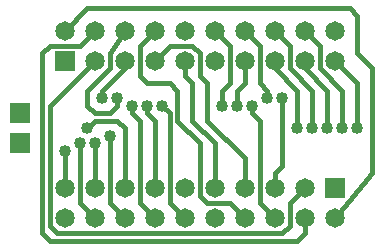
<source format=gbl>
G75*
G70*
%OFA0B0*%
%FSLAX24Y24*%
%IPPOS*%
%LPD*%
%AMOC8*
5,1,8,0,0,1.08239X$1,22.5*
%
%ADD10R,0.0650X0.0650*%
%ADD11C,0.0650*%
%ADD12R,0.0709X0.0709*%
%ADD13C,0.0160*%
%ADD14C,0.0400*%
D10*
X007625Y009375D03*
X016625Y005125D03*
D11*
X015625Y005125D03*
X014625Y005125D03*
X013625Y005125D03*
X012625Y005125D03*
X011625Y005125D03*
X010625Y005125D03*
X009625Y005125D03*
X008625Y005125D03*
X007625Y005125D03*
X007625Y004125D03*
X008625Y004125D03*
X009625Y004125D03*
X010625Y004125D03*
X011625Y004125D03*
X012625Y004125D03*
X013625Y004125D03*
X014625Y004125D03*
X015625Y004125D03*
X016625Y004125D03*
X016625Y009375D03*
X015625Y009375D03*
X014625Y009375D03*
X013625Y009375D03*
X012625Y009375D03*
X011625Y009375D03*
X010625Y009375D03*
X009625Y009375D03*
X008625Y009375D03*
X008625Y010375D03*
X007625Y010375D03*
X009625Y010375D03*
X010625Y010375D03*
X011625Y010375D03*
X012625Y010375D03*
X013625Y010375D03*
X014625Y010375D03*
X015625Y010375D03*
X016625Y010375D03*
D12*
X006125Y007625D03*
X006125Y006625D03*
D13*
X006875Y003625D02*
X007125Y003375D01*
X015375Y003375D01*
X015625Y003625D01*
X015625Y004125D01*
X015125Y003875D02*
X015125Y004625D01*
X015625Y005125D01*
X014625Y005125D02*
X014625Y005625D01*
X014875Y005875D01*
X014875Y008125D01*
X014375Y008125D02*
X014375Y008375D01*
X014125Y008625D01*
X014125Y009875D01*
X013625Y010375D01*
X013125Y009875D02*
X013125Y008625D01*
X012875Y008375D01*
X012875Y007875D01*
X013375Y007875D02*
X013375Y008375D01*
X013625Y008625D01*
X013625Y009375D01*
X013125Y009875D02*
X012625Y010375D01*
X011875Y009875D02*
X012125Y009625D01*
X012125Y008875D01*
X012375Y008625D01*
X012375Y007375D01*
X013625Y006125D01*
X013625Y005125D01*
X013125Y004625D02*
X013625Y004125D01*
X013125Y004625D02*
X012375Y004625D01*
X012125Y004875D01*
X012125Y006625D01*
X011375Y007375D01*
X011375Y008375D01*
X011125Y008625D01*
X010375Y008625D01*
X010125Y008875D01*
X010125Y009875D01*
X010625Y010375D01*
X011125Y009875D02*
X011875Y009875D01*
X011125Y009875D02*
X010625Y009375D01*
X011625Y009375D02*
X011625Y008875D01*
X011875Y008625D01*
X011875Y007375D01*
X012625Y006625D01*
X012625Y005125D01*
X014125Y004625D02*
X014625Y004125D01*
X014875Y003625D02*
X015125Y003875D01*
X014875Y003625D02*
X007375Y003625D01*
X007125Y003875D01*
X007125Y007875D01*
X008625Y009375D01*
X009125Y009125D02*
X008375Y008375D01*
X008375Y007875D01*
X008625Y007625D01*
X009125Y007625D01*
X009375Y007875D01*
X009375Y008125D01*
X008875Y008125D02*
X008875Y008375D01*
X009625Y009125D01*
X009625Y009375D01*
X009125Y009625D02*
X009125Y009125D01*
X009125Y009625D02*
X009625Y010375D01*
X008625Y010375D02*
X008125Y009875D01*
X007125Y009875D01*
X006875Y009625D01*
X006875Y003625D01*
X008125Y004625D02*
X008625Y004125D01*
X008125Y004625D02*
X008125Y006625D01*
X008625Y006625D02*
X008625Y005125D01*
X009125Y004625D02*
X009625Y004125D01*
X009125Y004625D02*
X009125Y006875D01*
X009625Y007125D02*
X009625Y005125D01*
X010125Y004625D02*
X010625Y004125D01*
X010125Y004625D02*
X010125Y007375D01*
X009875Y007625D01*
X009875Y007875D01*
X010375Y007875D02*
X010375Y007625D01*
X010625Y007375D01*
X010625Y005125D01*
X011125Y004625D02*
X011625Y004125D01*
X011125Y004625D02*
X011125Y007625D01*
X010875Y007875D01*
X009625Y007125D02*
X009375Y007375D01*
X008625Y007375D01*
X008375Y007125D01*
X007625Y006375D02*
X007625Y005125D01*
X013875Y007625D02*
X014125Y007375D01*
X014125Y004625D01*
X016625Y004125D02*
X017875Y005625D01*
X017875Y009125D01*
X017375Y009625D01*
X017375Y010875D01*
X017125Y011125D01*
X008375Y011125D01*
X007625Y010375D01*
X013875Y007875D02*
X013875Y007625D01*
X015375Y007125D02*
X015375Y008375D01*
X014625Y009125D01*
X014625Y009375D01*
X015125Y009125D02*
X015875Y008375D01*
X015875Y007125D01*
X016375Y007125D02*
X016375Y008375D01*
X015625Y009125D01*
X015625Y009375D01*
X015125Y009125D02*
X015125Y009875D01*
X014625Y010375D01*
X015625Y010375D02*
X016125Y009875D01*
X016125Y009125D01*
X016875Y008375D01*
X016875Y007125D01*
X017375Y007125D02*
X017375Y008625D01*
X016625Y009375D01*
D14*
X014875Y008125D03*
X014375Y008125D03*
X013875Y007875D03*
X013375Y007875D03*
X012875Y007875D03*
X010875Y007875D03*
X010375Y007875D03*
X009875Y007875D03*
X009375Y008125D03*
X008875Y008125D03*
X008375Y007125D03*
X009125Y006875D03*
X008625Y006625D03*
X008125Y006625D03*
X007625Y006375D03*
X015375Y007125D03*
X015875Y007125D03*
X016375Y007125D03*
X016875Y007125D03*
X017375Y007125D03*
M02*

</source>
